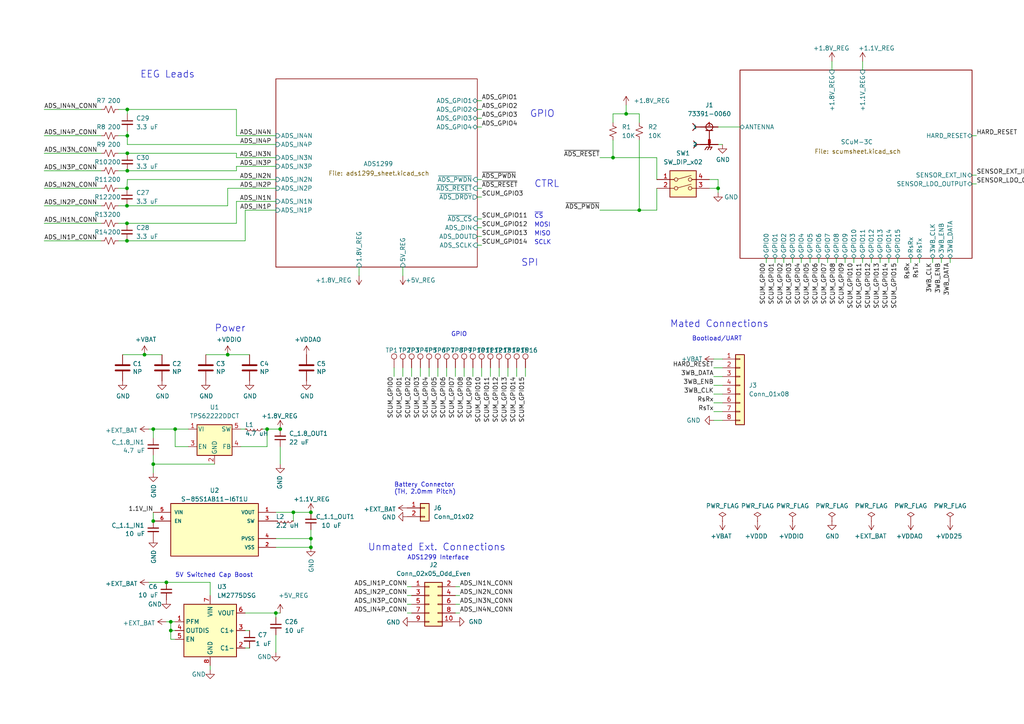
<source format=kicad_sch>
(kicad_sch (version 20211123) (generator eeschema)
  (paper "A4")
  (title_block (title "Sulu-ADS1299") (rev "v1.0") (company "Berkeley Sensor and Actuator Center") (comment 1 "Daniel Lovell") (comment 2 "Author(s):") (comment 3 "Based heavily on Sulu PCB"))
  (lib_symbols
    (symbol "73391-0060:73391-0060" (pin_names (offset 1.016))
      (property "Reference" "J" (at -3.81 4.064 0))
      (property "Value" "73391-0060" (at -4.318 -5.588 0))
      (symbol "73391-0060_0_0"
        (pin passive line (at 2.54 2.54 180) (length 5.08) (name "1") (number "1"))
        (pin passive line (at 2.54 -2.54 180) (length 5.08) (name "2") (number "2"))
        (pin passive line (at 2.54 -2.54 180) (length 5.08) (name "2") (number "3"))
        (pin passive line (at 2.54 -2.54 180) (length 5.08) (name "2") (number "4"))
        (pin passive line (at 2.54 -2.54 180) (length 5.08) (name "2") (number "5"))
      )
    )
    (symbol "Connector:TestPoint" (pin_numbers hide) (pin_names (offset 0.762) hide)
      (property "Reference" "TP" (at 0 6.858 0))
      (property "Value" "TestPoint" (at 0 5.08 0))
      (symbol "TestPoint_1_1"
        (pin passive line (at 0 0 90) (length 2.54) (name "1") (number "1"))
      )
    )
    (symbol "Connector_Generic:Conn_01x02" (pin_names (offset 1.016) hide)
      (property "Reference" "J" (at 0 2.54 0))
      (property "Value" "Conn_01x02" (at 0 -5.08 0))
      (symbol "Conn_01x02_1_1"
        (pin passive line (at -5.08 0 0) (length 3.81) (name "Pin_1") (number "1"))
        (pin passive line (at -5.08 -2.54 0) (length 3.81) (name "Pin_2") (number "2"))
      )
    )
    (symbol "Connector_Generic:Conn_01x08" (pin_names (offset 1.016) hide)
      (property "Reference" "J" (at 0 10.16 0))
      (property "Value" "Conn_01x08" (at 0 -12.7 0))
      (symbol "Conn_01x08_1_1"
        (pin passive line (at -5.08 7.62 0) (length 3.81) (name "Pin_1") (number "1"))
        (pin passive line (at -5.08 5.08 0) (length 3.81) (name "Pin_2") (number "2"))
        (pin passive line (at -5.08 2.54 0) (length 3.81) (name "Pin_3") (number "3"))
        (pin passive line (at -5.08 0 0) (length 3.81) (name "Pin_4") (number "4"))
        (pin passive line (at -5.08 -2.54 0) (length 3.81) (name "Pin_5") (number "5"))
        (pin passive line (at -5.08 -5.08 0) (length 3.81) (name "Pin_6") (number "6"))
        (pin passive line (at -5.08 -7.62 0) (length 3.81) (name "Pin_7") (number "7"))
        (pin passive line (at -5.08 -10.16 0) (length 3.81) (name "Pin_8") (number "8"))
      )
    )
    (symbol "Connector_Generic:Conn_02x05_Odd_Even" (pin_names (offset 1.016) hide)
      (property "Reference" "J" (at 1.27 7.62 0))
      (property "Value" "Conn_02x05_Odd_Even" (at 1.27 -7.62 0))
      (symbol "Conn_02x05_Odd_Even_1_1"
        (pin passive line (at -5.08 5.08 0) (length 3.81) (name "Pin_1") (number "1"))
        (pin passive line (at 7.62 -5.08 180) (length 3.81) (name "Pin_10") (number "10"))
        (pin passive line (at 7.62 5.08 180) (length 3.81) (name "Pin_2") (number "2"))
        (pin passive line (at -5.08 2.54 0) (length 3.81) (name "Pin_3") (number "3"))
        (pin passive line (at 7.62 2.54 180) (length 3.81) (name "Pin_4") (number "4"))
        (pin passive line (at -5.08 0 0) (length 3.81) (name "Pin_5") (number "5"))
        (pin passive line (at 7.62 0 180) (length 3.81) (name "Pin_6") (number "6"))
        (pin passive line (at -5.08 -2.54 0) (length 3.81) (name "Pin_7") (number "7"))
        (pin passive line (at 7.62 -2.54 180) (length 3.81) (name "Pin_8") (number "8"))
        (pin passive line (at -5.08 -5.08 0) (length 3.81) (name "Pin_9") (number "9"))
      )
    )
    (symbol "Device:C" (pin_numbers hide) (pin_names (offset 0.254))
      (property "Reference" "C" (at 0.635 2.54 0))
      (property "Value" "C" (at 0.635 -2.54 0))
      (symbol "C_1_1"
        (pin passive line (at 0 3.81 270) (length 2.794) (name "~") (number "1"))
        (pin passive line (at 0 -3.81 90) (length 2.794) (name "~") (number "2"))
      )
    )
    (symbol "Device:C_Small" (pin_numbers hide) (pin_names (offset 0.254) hide)
      (property "Reference" "C" (at 0.254 1.778 0))
      (property "Value" "C_Small" (at 0.254 -2.032 0))
      (symbol "C_Small_1_1"
        (pin passive line (at 0 2.54 270) (length 2.032) (name "~") (number "1"))
        (pin passive line (at 0 -2.54 90) (length 2.032) (name "~") (number "2"))
      )
    )
    (symbol "Device:L_Small" (pin_numbers hide) (pin_names (offset 0.254) hide)
      (property "Reference" "L" (at 0.762 1.016 0))
      (property "Value" "L_Small" (at 0.762 -1.016 0))
      (symbol "L_Small_1_1"
        (pin passive line (at 0 2.54 270) (length 0.508) (name "~") (number "1"))
        (pin passive line (at 0 -2.54 90) (length 0.508) (name "~") (number "2"))
      )
    )
    (symbol "Device:R_Small_US" (pin_numbers hide) (pin_names (offset 0.254) hide)
      (property "Reference" "R" (at 0.762 0.508 0))
      (property "Value" "R_Small_US" (at 0.762 -1.016 0))
      (symbol "R_Small_US_1_1"
        (pin passive line (at 0 2.54 270) (length 1.016) (name "~") (number "1"))
        (pin passive line (at 0 -2.54 90) (length 1.016) (name "~") (number "2"))
      )
    )
    (symbol "Regulator_SwitchedCapacitor:LM2775DSG"
      (property "Reference" "U" (at -7.62 8.89 0))
      (property "Value" "LM2775DSG" (at 6.35 8.89 0))
      (symbol "LM2775DSG_1_1"
        (pin input line (at -10.16 2.54 0) (length 2.54) (name "PFM") (number "1"))
        (pin passive line (at 10.16 -5.08 180) (length 2.54) (name "C1-") (number "2"))
        (pin passive line (at 10.16 0 180) (length 2.54) (name "C1+") (number "3"))
        (pin input line (at -10.16 0 0) (length 2.54) (name "OUTDIS") (number "4"))
        (pin input line (at -10.16 -2.54 0) (length 2.54) (name "EN") (number "5"))
        (pin power_out line (at 10.16 5.08 180) (length 2.54) (name "VOUT") (number "6"))
        (pin power_in line (at 0 10.16 270) (length 2.54) (name "VIN") (number "7"))
        (pin power_in line (at 0 -10.16 90) (length 2.54) (name "GND") (number "8"))
        (pin passive line (at 0 -10.16 90) (length 2.54) hide (name "GND") (number "9"))
      )
    )
    (symbol "S-85S1AB20-I6T1U:S-85S1AB11-I6T1U" (pin_names (offset 1.016))
      (property "Reference" "U" (at -12.7 8.89 0))
      (property "Value" "S-85S1AB11-I6T1U" (at -12.7 -10.16 0))
      (symbol "S-85S1AB11-I6T1U_0_0"
        (pin power_out line (at 17.78 5.08 180) (length 5.08) (name "VOUT") (number "1"))
        (pin power_in line (at 17.78 -5.08 180) (length 5.08) (name "VSS") (number "2"))
        (pin passive line (at 17.78 2.54 180) (length 5.08) (name "SW") (number "3"))
        (pin power_in line (at 17.78 -2.54 180) (length 5.08) (name "PVSS") (number "4"))
        (pin input line (at -17.78 5.08 0) (length 5.08) (name "VIN") (number "5"))
        (pin input line (at -17.78 2.54 0) (length 5.08) (name "EN") (number "6"))
      )
    )
    (symbol "Switch:SW_DIP_x02" (pin_names (offset 0) hide)
      (property "Reference" "SW" (at 0 6.35 0))
      (property "Value" "SW_DIP_x02" (at 0 -3.81 0))
      (symbol "SW_DIP_x02_1_1"
        (pin passive line (at -7.62 2.54 0) (length 5.08) (name "~") (number "1"))
        (pin passive line (at -7.62 0 0) (length 5.08) (name "~") (number "2"))
        (pin passive line (at 7.62 0 180) (length 5.08) (name "~") (number "3"))
        (pin passive line (at 7.62 2.54 180) (length 5.08) (name "~") (number "4"))
      )
    )
    (symbol "draft1library:+1.1V_REG" (power) (pin_names (offset 0))
      (property "Value" "+1.1V_REG" (at 0 3.556 0))
      (symbol "+1.1V_REG_1_1"
        (pin power_in line (at 0 0 90) (length 0) hide (name "+1.1V_REG") (number "1"))
      )
    )
    (symbol "draft1library:+1.8V_REG" (power) (pin_names (offset 0))
      (property "Value" "+1.8V_REG" (at 0 3.556 0))
      (symbol "+1.8V_REG_1_1"
        (pin power_in line (at 0 0 90) (length 0) hide (name "+1.8V_REG") (number "1"))
      )
    )
    (symbol "draft1library:+5V_REG" (power) (pin_names (offset 0))
      (property "Value" "+5V_REG" (at 0 3.556 0))
      (symbol "+5V_REG_1_1"
        (pin power_in line (at 0 0 90) (length 0) hide (name "+5V_REG") (number "1"))
      )
    )
    (symbol "draft1library:+EXT_BAT" (power) (pin_names (offset 0))
      (property "Value" "+EXT_BAT" (at 0 3.556 0))
      (symbol "+EXT_BAT_1_1"
        (pin power_in line (at 0 0 90) (length 0) hide (name "+EXT_BAT") (number "1"))
      )
    )
    (symbol "draft1library:+VBAT" (power) (pin_names (offset 0))
      (property "Value" "+VBAT" (at 0 3.556 0))
      (symbol "+VBAT_1_1"
        (pin power_in line (at 0 0 90) (length 0) hide (name "+VBAT") (number "1"))
      )
    )
    (symbol "draft1library:+VDD25" (power) (pin_names (offset 0))
      (property "Value" "+VDD25" (at 0 3.556 0))
      (symbol "+VDD25_1_1"
        (pin power_in line (at 0 0 90) (length 0) hide (name "+VDD25") (number "1"))
      )
    )
    (symbol "draft1library:+VDDAO" (power) (pin_names (offset 0))
      (property "Value" "+VDDAO" (at 0 3.556 0))
      (symbol "+VDDAO_1_1"
        (pin power_in line (at 0 0 90) (length 0) hide (name "+VDDAO") (number "1"))
      )
    )
    (symbol "draft1library:+VDDD" (power) (pin_names (offset 0))
      (property "Value" "+VDDD" (at 0 3.556 0))
      (symbol "+VDDD_1_1"
        (pin power_in line (at 0 0 90) (length 0) hide (name "+VDDD") (number "1"))
      )
    )
    (symbol "draft1library:+VDDIO" (power) (pin_names (offset 0))
      (property "Value" "+VDDIO" (at 0 3.556 0))
      (symbol "+VDDIO_1_1"
        (pin power_in line (at 0 0 90) (length 0) hide (name "+VDDIO") (number "1"))
      )
    )
    (symbol "draft1library:TPS62222DDCT" (pin_names (offset 0.254))
      (property "Reference" "U" (at -5.08 7.62 0))
      (property "Value" "TPS62222DDCT" (at 0 7.62 0))
      (symbol "TPS62222DDCT_1_1"
        (pin power_in line (at -7.62 5.08 0) (length 2.54) (name "VI") (number "1"))
        (pin power_in line (at 0 -5.08 90) (length 2.54) (name "GND") (number "2"))
        (pin input line (at -7.62 0 0) (length 2.54) (name "EN") (number "3"))
        (pin input line (at 7.62 0 180) (length 2.54) (name "FB") (number "4"))
        (pin output line (at 7.62 5.08 180) (length 2.54) (name "SW") (number "5"))
      )
    )
    (symbol "power:GND" (power) (pin_names (offset 0))
      (property "Value" "GND" (at 0 -3.81 0))
      (symbol "GND_1_1"
        (pin power_in line (at 0 0 270) (length 0) hide (name "GND") (number "1"))
      )
    )
    (symbol "power:PWR_FLAG" (power) (pin_numbers hide) (pin_names (offset 0) hide)
      (property "Value" "PWR_FLAG" (at 0 3.81 0))
      (symbol "PWR_FLAG_0_0"
        (pin power_out line (at 0 0 90) (length 0) (name "pwr") (number "1"))
      )
    )
  )
  (junction (at 208.28 54.61))
  (junction (at 81.28 124.46))
  (junction (at 77.47 124.46))
  (junction (at 44.45 124.46))
  (junction (at 177.8 45.72))
  (junction (at 48.26 168.91))
  (junction (at 36.83 54.61))
  (junction (at 90.17 158.75))
  (junction (at 36.93 44.45))
  (junction (at 90.17 156.21))
  (junction (at 80.01 177.8))
  (junction (at 50.8 124.46))
  (junction (at 41.91 102.87))
  (junction (at 85.09 148.59))
  (junction (at 44.45 134.62))
  (junction (at 36.93 39.37))
  (junction (at 36.83 64.77))
  (junction (at 185.42 60.96))
  (junction (at 36.83 69.85))
  (junction (at 36.83 59.69))
  (junction (at 49.53 182.88))
  (junction (at 36.93 49.53))
  (junction (at 181.61 33.02))
  (junction (at 66.04 102.87))
  (junction (at 90.17 148.59))
  (junction (at 36.93 31.75))
  (junction (at 49.53 180.34))
  (junction (at 44.45 151.13))
  (wire (pts (xy 138.43 54.61) (xy 139.7 54.61)))
  (wire (pts (xy 139.7 106.68) (xy 139.7 109.22)))
  (wire (pts (xy 36.83 64.77) (xy 68.58 64.77)))
  (wire (pts (xy 68.58 58.42) (xy 80.01 58.42)))
  (wire (pts (xy 81.28 177.8) (xy 80.01 177.8)))
  (wire (pts (xy 71.12 60.96) (xy 80.01 60.96)))
  (wire (pts (xy 245.11 74.93) (xy 245.11 76.2)))
  (wire (pts (xy 124.46 106.68) (xy 124.46 109.22)))
  (wire (pts (xy 177.8 33.02) (xy 181.61 33.02)))
  (wire (pts (xy 34.39 44.45) (xy 36.93 44.45)))
  (wire (pts (xy 34.39 31.75) (xy 36.93 31.75)))
  (wire (pts (xy 12.8 69.85) (xy 29.31 69.85)))
  (wire (pts (xy 85.09 148.59) (xy 90.17 148.59)))
  (wire (pts (xy 80.01 148.59) (xy 85.09 148.59)))
  (wire (pts (xy 129.54 106.68) (xy 129.54 109.22)))
  (wire (pts (xy 138.43 71.12) (xy 139.7 71.12)))
  (wire (pts (xy 132.08 172.72) (xy 133.35 172.72)))
  (wire (pts (xy 132.08 175.26) (xy 133.35 175.26)))
  (wire (pts (xy 49.53 180.34) (xy 49.53 182.88)))
  (wire (pts (xy 205.74 54.61) (xy 208.28 54.61)))
  (wire (pts (xy 68.58 64.77) (xy 68.58 58.42)))
  (wire (pts (xy 149.86 106.68) (xy 149.86 109.22)))
  (wire (pts (xy 50.8 129.54) (xy 50.8 124.46)))
  (wire (pts (xy 257.81 74.93) (xy 257.81 76.2)))
  (wire (pts (xy 80.01 177.8) (xy 71.12 177.8)))
  (wire (pts (xy 44.45 148.59) (xy 44.45 151.13)))
  (wire (pts (xy 59.69 102.87) (xy 66.04 102.87)))
  (wire (pts (xy 138.43 52.07) (xy 139.7 52.07)))
  (wire (pts (xy 85.09 151.13) (xy 85.09 148.59)))
  (wire (pts (xy 234.95 74.93) (xy 234.95 76.2)))
  (wire (pts (xy 208.28 52.07) (xy 208.28 54.61)))
  (wire (pts (xy 46.99 102.87) (xy 41.91 102.87)))
  (wire (pts (xy 118.11 172.72) (xy 119.38 172.72)))
  (wire (pts (xy 118.11 175.26) (xy 119.38 175.26)))
  (wire (pts (xy 138.43 68.58) (xy 139.7 68.58)))
  (wire (pts (xy 12.8 59.69) (xy 29.31 59.69)))
  (wire (pts (xy 250.19 74.93) (xy 250.19 76.2)))
  (wire (pts (xy 237.49 74.93) (xy 237.49 76.2)))
  (wire (pts (xy 68.58 44.45) (xy 68.58 45.72)))
  (wire (pts (xy 147.32 106.68) (xy 147.32 109.22)))
  (wire (pts (xy 118.11 170.18) (xy 119.38 170.18)))
  (wire (pts (xy 43.18 168.91) (xy 48.26 168.91)))
  (wire (pts (xy 72.39 102.87) (xy 66.04 102.87)))
  (wire (pts (xy 207.01 121.92) (xy 209.55 121.92)))
  (wire (pts (xy 137.16 106.68) (xy 137.16 109.22)))
  (wire (pts (xy 250.19 17.78) (xy 250.19 20.32)))
  (wire (pts (xy 138.43 63.5) (xy 139.7 63.5)))
  (wire (pts (xy 138.43 66.04) (xy 139.7 66.04)))
  (wire (pts (xy 81.28 129.54) (xy 81.28 134.62)))
  (wire (pts (xy 36.93 49.53) (xy 68.58 49.53)))
  (wire (pts (xy 132.08 106.68) (xy 132.08 109.22)))
  (wire (pts (xy 43.18 124.46) (xy 44.45 124.46)))
  (wire (pts (xy 36.93 52.07) (xy 36.83 54.61)))
  (wire (pts (xy 68.58 31.75) (xy 68.58 39.37)))
  (wire (pts (xy 12.8 44.45) (xy 29.31 44.45)))
  (wire (pts (xy 181.61 30.48) (xy 181.61 33.02)))
  (wire (pts (xy 185.42 40.64) (xy 185.42 60.96)))
  (wire (pts (xy 207.01 116.84) (xy 209.55 116.84)))
  (wire (pts (xy 50.8 124.46) (xy 54.61 124.46)))
  (wire (pts (xy 35.56 102.87) (xy 41.91 102.87)))
  (wire (pts (xy 34.39 69.85) (xy 36.83 69.85)))
  (wire (pts (xy 80.01 158.75) (xy 90.17 158.75)))
  (wire (pts (xy 60.96 193.04) (xy 60.96 194.31)))
  (wire (pts (xy 242.57 74.93) (xy 242.57 76.2)))
  (wire (pts (xy 270.51 74.93) (xy 270.51 76.2)))
  (wire (pts (xy 185.42 33.02) (xy 185.42 35.56)))
  (wire (pts (xy 44.45 137.16) (xy 44.45 134.62)))
  (wire (pts (xy 177.8 45.72) (xy 177.8 40.64)))
  (wire (pts (xy 208.28 41.91) (xy 209.55 41.91)))
  (wire (pts (xy 138.43 31.75) (xy 139.7 31.75)))
  (wire (pts (xy 44.45 124.46) (xy 50.8 124.46)))
  (wire (pts (xy 144.78 106.68) (xy 144.78 109.22)))
  (wire (pts (xy 142.24 106.68) (xy 142.24 109.22)))
  (wire (pts (xy 207.01 111.76) (xy 209.55 111.76)))
  (wire (pts (xy 222.25 74.93) (xy 222.25 76.2)))
  (wire (pts (xy 34.39 39.37) (xy 36.93 39.37)))
  (wire (pts (xy 138.43 34.29) (xy 139.7 34.29)))
  (wire (pts (xy 69.85 129.54) (xy 77.47 129.54)))
  (wire (pts (xy 12.8 64.77) (xy 29.31 64.77)))
  (wire (pts (xy 60.96 168.91) (xy 60.96 172.72)))
  (wire (pts (xy 77.47 124.46) (xy 81.28 124.46)))
  (wire (pts (xy 127 106.68) (xy 127 109.22)))
  (wire (pts (xy 34.39 59.69) (xy 36.83 59.69)))
  (wire (pts (xy 255.27 74.93) (xy 255.27 76.2)))
  (wire (pts (xy 36.83 69.85) (xy 71.12 69.85)))
  (wire (pts (xy 34.39 54.61) (xy 36.83 54.61)))
  (wire (pts (xy 275.59 74.93) (xy 275.59 76.2)))
  (wire (pts (xy 173.99 60.96) (xy 185.42 60.96)))
  (wire (pts (xy 12.8 54.61) (xy 29.31 54.61)))
  (wire (pts (xy 36.93 31.75) (xy 68.58 31.75)))
  (wire (pts (xy 66.04 54.61) (xy 80.01 54.61)))
  (wire (pts (xy 72.39 187.96) (xy 71.12 187.96)))
  (wire (pts (xy 34.39 49.53) (xy 36.93 49.53)))
  (wire (pts (xy 72.39 182.88) (xy 71.12 182.88)))
  (wire (pts (xy 76.2 124.46) (xy 77.47 124.46)))
  (wire (pts (xy 48.26 180.34) (xy 49.53 180.34)))
  (wire (pts (xy 48.26 168.91) (xy 60.96 168.91)))
  (wire (pts (xy 49.53 185.42) (xy 50.8 185.42)))
  (wire (pts (xy 90.17 156.21) (xy 90.17 158.75)))
  (wire (pts (xy 138.43 29.21) (xy 139.7 29.21)))
  (wire (pts (xy 208.28 55.88) (xy 208.28 54.61)))
  (wire (pts (xy 185.42 60.96) (xy 190.5 60.96)))
  (wire (pts (xy 36.93 44.45) (xy 68.58 44.45)))
  (wire (pts (xy 207.01 106.68) (xy 209.55 106.68)))
  (wire (pts (xy 118.11 177.8) (xy 119.38 177.8)))
  (wire (pts (xy 207.01 109.22) (xy 209.55 109.22)))
  (wire (pts (xy 208.28 36.83) (xy 214.63 36.83)))
  (wire (pts (xy 49.53 180.34) (xy 50.8 180.34)))
  (wire (pts (xy 207.01 104.14) (xy 209.55 104.14)))
  (wire (pts (xy 77.47 129.54) (xy 77.47 124.46)))
  (wire (pts (xy 181.61 33.02) (xy 185.42 33.02)))
  (wire (pts (xy 80.01 184.15) (xy 80.01 189.23)))
  (wire (pts (xy 66.04 59.69) (xy 66.04 54.61)))
  (wire (pts (xy 36.93 39.37) (xy 36.93 41.91)))
  (wire (pts (xy 12.8 39.37) (xy 29.31 39.37)))
  (wire (pts (xy 54.61 129.54) (xy 50.8 129.54)))
  (wire (pts (xy 264.16 74.93) (xy 264.16 76.2)))
  (wire (pts (xy 247.65 74.93) (xy 247.65 76.2)))
  (wire (pts (xy 44.45 134.62) (xy 62.23 134.62)))
  (wire (pts (xy 119.38 106.68) (xy 119.38 109.22)))
  (wire (pts (xy 12.8 49.53) (xy 29.31 49.53)))
  (wire (pts (xy 177.8 45.72) (xy 190.5 45.72)))
  (wire (pts (xy 207.01 114.3) (xy 209.55 114.3)))
  (wire (pts (xy 68.58 48.26) (xy 80.01 48.26)))
  (wire (pts (xy 205.74 52.07) (xy 208.28 52.07)))
  (wire (pts (xy 49.53 182.88) (xy 49.53 185.42)))
  (wire (pts (xy 173.99 45.72) (xy 177.8 45.72)))
  (wire (pts (xy 104.14 77.47) (xy 104.14 80.01)))
  (wire (pts (xy 132.08 170.18) (xy 133.35 170.18)))
  (wire (pts (xy 36.93 41.91) (xy 80.01 41.91)))
  (wire (pts (xy 114.3 106.68) (xy 114.3 109.22)))
  (wire (pts (xy 36.93 31.75) (xy 36.93 33.02)))
  (wire (pts (xy 207.01 119.38) (xy 209.55 119.38)))
  (wire (pts (xy 138.43 57.15) (xy 139.7 57.15)))
  (wire (pts (xy 190.5 45.72) (xy 190.5 52.07)))
  (wire (pts (xy 232.41 74.93) (xy 232.41 76.2)))
  (wire (pts (xy 36.93 39.37) (xy 36.93 38.1)))
  (wire (pts (xy 224.79 74.93) (xy 224.79 76.2)))
  (wire (pts (xy 69.85 124.46) (xy 71.12 124.46)))
  (wire (pts (xy 44.45 124.46) (xy 44.45 127)))
  (wire (pts (xy 80.01 177.8) (xy 80.01 179.07)))
  (wire (pts (xy 138.43 36.83) (xy 139.7 36.83)))
  (wire (pts (xy 68.58 45.72) (xy 80.01 45.72)))
  (wire (pts (xy 116.84 77.47) (xy 116.84 80.01)))
  (wire (pts (xy 34.39 64.77) (xy 36.83 64.77)))
  (wire (pts (xy 260.35 74.93) (xy 260.35 76.2)))
  (wire (pts (xy 227.33 74.93) (xy 227.33 76.2)))
  (wire (pts (xy 116.84 106.68) (xy 116.84 109.22)))
  (wire (pts (xy 281.94 53.34) (xy 283.21 53.34)))
  (wire (pts (xy 229.87 74.93) (xy 229.87 76.2)))
  (wire (pts (xy 80.01 156.21) (xy 90.17 156.21)))
  (wire (pts (xy 68.58 49.53) (xy 68.58 48.26)))
  (wire (pts (xy 134.62 106.68) (xy 134.62 109.22)))
  (wire (pts (xy 71.12 69.85) (xy 71.12 60.96)))
  (wire (pts (xy 281.94 50.8) (xy 283.21 50.8)))
  (wire (pts (xy 49.53 182.88) (xy 50.8 182.88)))
  (wire (pts (xy 252.73 74.93) (xy 252.73 76.2)))
  (wire (pts (xy 177.8 33.02) (xy 177.8 35.56)))
  (wire (pts (xy 121.92 106.68) (xy 121.92 109.22)))
  (wire (pts (xy 240.03 74.93) (xy 240.03 76.2)))
  (wire (pts (xy 90.17 156.21) (xy 90.17 153.67)))
  (wire (pts (xy 190.5 54.61) (xy 190.5 60.96)))
  (wire (pts (xy 266.7 74.93) (xy 266.7 76.2)))
  (wire (pts (xy 281.94 39.37) (xy 283.21 39.37)))
  (wire (pts (xy 132.08 177.8) (xy 133.35 177.8)))
  (wire (pts (xy 152.4 106.68) (xy 152.4 109.22)))
  (wire (pts (xy 12.8 31.75) (xy 29.31 31.75)))
  (wire (pts (xy 36.83 59.69) (xy 66.04 59.69)))
  (wire (pts (xy 68.58 39.37) (xy 80.01 39.37)))
  (wire (pts (xy 241.3 17.78) (xy 241.3 20.32)))
  (wire (pts (xy 273.05 74.93) (xy 273.05 76.2)))
  (wire (pts (xy 36.93 52.07) (xy 80.01 52.07)))
  (wire (pts (xy 44.45 134.62) (xy 44.45 132.08)))
  (text "MOSI" (at 154.94 66.04 0) (effects (font (size 1.27 1.27)) (justify left bottom)))
  (text "CTRL\n" (at 154.94 54.61 0) (effects (font (size 2 2)) (justify left bottom)))
  (text "MISO\n" (at 154.94 68.58 0) (effects (font (size 1.27 1.27)) (justify left bottom)))
  (text "~{CS}" (at 154.94 63.5 0) (effects (font (size 1.27 1.27)) (justify left bottom)))
  (text "ADS1299 Interface" (at 118.11 162.56 0) (effects (font (size 1.27 1.27)) (justify left bottom)))
  (text "GPIO\n" (at 153.67 34.29 0) (effects (font (size 2 2)) (justify left bottom)))
  (text "Battery Connector\n(TH, 2.0mm Pitch)" (at 114.3 143.51 0) (effects (font (size 1.27 1.27)) (justify left bottom)))
  (text "Bootload/UART\n" (at 200.66 99.06 0) (effects (font (size 1.27 1.27)) (justify left bottom)))
  (text "Mated Connections\n" (at 194.31 95.25 0) (effects (font (size 2 2)) (justify left bottom)))
  (text "GPIO" (at 130.81 97.79 0) (effects (font (size 1.27 1.27)) (justify left bottom)))
  (text "EEG Leads" (at 40.64 22.86 0) (effects (font (size 2 2)) (justify left bottom)))
  (text "5V Switched Cap Boost " (at 50.8 167.64 0) (effects (font (size 1.27 1.27)) (justify left bottom)))
  (text "SPI" (at 151.13 77.47 0) (effects (font (size 2 2)) (justify left bottom)))
  (text "SCLK" (at 154.94 71.12 0) (effects (font (size 1.27 1.27)) (justify left bottom)))
  (text "Power" (at 62.23 96.52 0) (effects (font (size 2 2)) (justify left bottom)))
  (text "Unmated Ext. Connections\n" (at 106.68 160.02 0) (effects (font (size 2 2)) (justify left bottom)))
  (label "ADS_IN2P_CONN" (at 118.11 172.72 180))
  (label "SCUM_GPIO14" (at 139.7 71.12 0))
  (label "SCUM_GPIO0" (at 114.3 109.22 270))
  (label "ADS_IN3P_CONN" (at 12.8 49.53 0))
  (label "SCUM_GPIO15" (at 152.4 109.22 270))
  (label "ADS_IN4P_CONN" (at 118.11 177.8 180))
  (label "SCUM_GPIO12" (at 252.73 76.2 270))
  (label "~{ADS_RESET}" (at 139.7 54.61 0))
  (label "SCUM_GPIO8" (at 134.62 109.22 270))
  (label "ADS_IN4P_CONN" (at 12.8 39.37 0))
  (label "SCUM_GPIO1" (at 224.79 76.2 270))
  (label "ADS_IN3P" (at 78.74 48.26 180))
  (label "RsTx" (at 207.01 119.38 180))
  (label "SCUM_GPIO6" (at 237.49 76.2 270))
  (label "RsRx" (at 207.01 116.84 180))
  (label "ADS_IN4N" (at 78.74 39.37 180))
  (label "ADS_IN3N_CONN" (at 133.35 175.26 0))
  (label "~{ADS_PWDN}" (at 173.99 60.96 180))
  (label "SCUM_GPIO9" (at 137.16 109.22 270))
  (label "SCUM_GPIO11" (at 250.19 76.2 270))
  (label "ADS_IN1P_CONN" (at 12.8 69.85 0))
  (label "ADS_GPIO1" (at 139.7 29.21 0))
  (label "SCUM_GPIO15" (at 260.35 76.2 270))
  (label "~{ADS_PWDN}" (at 139.7 52.07 0))
  (label "ADS_IN1P_CONN" (at 118.11 170.18 180))
  (label "3WB_ENB" (at 207.01 111.76 180))
  (label "ADS_IN3N" (at 78.74 45.72 180))
  (label "ADS_IN2N_CONN" (at 133.35 172.72 0))
  (label "SCUM_GPIO7" (at 240.03 76.2 270))
  (label "3WB_ENB" (at 273.05 76.2 270))
  (label "3WB_DATA" (at 275.59 76.2 270))
  (label "SCUM_GPIO12" (at 139.7 66.04 0))
  (label "SCUM_GPIO3" (at 229.87 76.2 270))
  (label "SCUM_GPIO13" (at 147.32 109.22 270))
  (label "SCUM_GPIO7" (at 132.08 109.22 270))
  (label "SCUM_GPIO12" (at 144.78 109.22 270))
  (label "SCUM_GPIO11" (at 139.7 63.5 0))
  (label "ADS_IN1P" (at 78.74 60.96 180))
  (label "ADS_IN1N_CONN" (at 12.8 64.77 0))
  (label "ADS_IN3P_CONN" (at 118.11 175.26 180))
  (label "ADS_GPIO4" (at 139.7 36.83 0))
  (label "ADS_IN2N" (at 78.74 52.07 180))
  (label "SCUM_GPIO4" (at 232.41 76.2 270))
  (label "SCUM_GPIO10" (at 247.65 76.2 270))
  (label "SCUM_GPIO11" (at 142.24 109.22 270))
  (label "SCUM_GPIO2" (at 119.38 109.22 270))
  (label "ADS_IN1N" (at 78.74 58.42 180))
  (label "ADS_IN1N_CONN" (at 133.35 170.18 0))
  (label "SCUM_GPIO2" (at 227.33 76.2 270))
  (label "ADS_IN3N_CONN" (at 12.8 44.45 0))
  (label "SCUM_GPIO3" (at 139.7 57.15 0))
  (label "ADS_GPIO3" (at 139.7 34.29 0))
  (label "SCUM_GPIO10" (at 139.7 109.22 270))
  (label "ADS_IN2P_CONN" (at 12.8 59.69 0))
  (label "ADS_IN4N_CONN" (at 12.8 31.75 0))
  (label "ADS_IN4P" (at 78.74 41.91 180))
  (label "ADS_IN4N_CONN" (at 133.35 177.8 0))
  (label "HARD_RESET" (at 207.01 106.68 180))
  (label "SCUM_GPIO9" (at 245.11 76.2 270))
  (label "3WB_CLK" (at 270.51 76.2 270))
  (label "SCUM_GPIO14" (at 149.86 109.22 270))
  (label "SCUM_GPIO1" (at 116.84 109.22 270))
  (label "HARD_RESET" (at 283.21 39.37 0))
  (label "RsTx" (at 266.7 76.2 270))
  (label "SENSOR_EXT_IN" (at 283.21 50.8 0))
  (label "SCUM_GPIO14" (at 257.81 76.2 270))
  (label "SCUM_GPIO4" (at 124.46 109.22 270))
  (label "SCUM_GPIO0" (at 222.25 76.2 270))
  (label "SCUM_GPIO8" (at 242.57 76.2 270))
  (label "~{ADS_RESET}" (at 173.99 45.72 180))
  (label "SCUM_GPIO13" (at 255.27 76.2 270))
  (label "SCUM_GPIO3" (at 121.92 109.22 270))
  (label "SCUM_GPIO5" (at 234.95 76.2 270))
  (label "ADS_IN2N_CONN" (at 12.8 54.61 0))
  (label "SCUM_GPIO13" (at 139.7 68.58 0))
  (label "3WB_DATA" (at 207.01 109.22 180))
  (label "ADS_GPIO2" (at 139.7 31.75 0))
  (label "RsRx" (at 264.16 76.2 270))
  (label "SCUM_GPIO6" (at 129.54 109.22 270))
  (label "3WB_CLK" (at 207.01 114.3 180))
  (label "1.1V_IN" (at 44.45 148.59 180))
  (label "ADS_IN2P" (at 78.74 54.61 180))
  (label "SCUM_GPIO5" (at 127 109.22 270))
  (label "SENSOR_LDO_OUTPUT" (at 283.21 53.34 0))
  (symbol (lib_id "power:GND") (at 208.28 55.88 0) (unit 1)
    (property "Reference" "#PWR03" (effects hide))
    (property "Value" "GND" (at 212.09 57.15 0))
  )
  (symbol (lib_id "draft1library:+VBAT") (at 207.01 104.14 90) (unit 1)
    (property "Reference" "#PWR0111" (effects hide))
    (property "Value" "+VBAT" (at 200.66 104.14 90))
  )
  (symbol (lib_id "draft1library:+EXT_BAT") (at 118.11 147.32 90) (mirror x) (unit 1)
    (property "Reference" "#PWR042" (effects hide))
    (property "Value" "+EXT_BAT" (at 114.8588 147.701 90) (effects (justify left)))
  )
  (symbol (lib_id "draft1library:+1.8V_REG") (at 104.14 80.01 0) (mirror x) (unit 1)
    (property "Reference" "#PWR0110" (effects hide))
    (property "Value" "+1.8V_REG" (at 91.44 81.28 0) (effects (justify left)))
  )
  (symbol (lib_id "power:GND") (at 241.3 151.13 0) (unit 1)
    (property "Reference" "#PWR046" (effects hide))
    (property "Value" "GND" (at 241.427 155.5242 0))
  )
  (symbol (lib_id "draft1library:+1.8V_REG") (at 241.3 17.78 0) (mirror y) (unit 1)
    (property "Reference" "#PWR0105" (effects hide))
    (property "Value" "+1.8V_REG" (at 246.38 13.97 0) (effects (justify left)))
  )
  (symbol (lib_id "power:PWR_FLAG") (at 252.73 151.13 0) (unit 1)
    (property "Reference" "#FLG05" (effects hide))
    (property "Value" "PWR_FLAG" (at 252.73 146.7358 0))
  )
  (symbol (lib_id "Connector:TestPoint") (at 132.08 106.68 0) (unit 1)
    (property "Reference" "TP8" (at 130.81 101.6 0) (effects (justify left)))
    (property "Value" "TestPoint" (effects hide))
    (property "Footprint" "SCUM:through_hole" (effects hide))
  )
  (symbol (lib_id "Device:R_Small_US") (at 31.85 31.75 90) (unit 1)
    (property "Reference" "R7" (at 29.31 29.21 90))
    (property "Value" "200" (at 33.12 29.21 90))
    (property "Footprint" "Resistor_SMD:R_0402_1005Metric" (effects hide))
  )
  (symbol (lib_id "Switch:SW_DIP_x02") (at 198.12 54.61 0) (unit 1)
    (property "Reference" "SW1" (at 198.12 44.45 0))
    (property "Value" "SW_DIP_x02" (at 198.12 46.99 0))
    (property "Footprint" "Button_Switch_SMD:SW_DIP_SPSTx02_Slide_6.7x6.64mm_W6.73mm_P2.54mm_LowProfile_JPin" (effects hide))
  )
  (symbol (lib_id "Device:R_Small_US") (at 31.85 64.77 90) (unit 1)
    (property "Reference" "R13" (at 29.31 62.23 90))
    (property "Value" "200" (at 33.12 62.23 90))
    (property "Footprint" "Resistor_SMD:R_0402_1005Metric" (effects hide))
  )
  (symbol (lib_id "Device:C_Small") (at 81.28 127 0) (mirror x) (unit 1)
    (property "Reference" "C_1.8_OUT1" (at 83.82 125.73 0) (effects (justify left)))
    (property "Value" "22 uF" (at 83.82 128.27 0) (effects (justify left)))
    (property "Footprint" "Capacitor_SMD:C_0402_1005Metric" (effects hide))
  )
  (symbol (lib_id "power:GND") (at 81.28 134.62 0) (mirror y) (unit 1)
    (property "Reference" "#PWR040" (effects hide))
    (property "Value" "GND" (at 81.153 137.8712 90) (effects (justify right)))
  )
  (symbol (lib_id "power:PWR_FLAG") (at 241.3 151.13 0) (unit 1)
    (property "Reference" "#FLG04" (effects hide))
    (property "Value" "PWR_FLAG" (at 241.3 146.7358 0))
  )
  (symbol (lib_id "Device:C_Small") (at 72.39 185.42 0) (mirror y) (unit 1)
    (property "Reference" "C7" (at 77.47 184.15 0) (effects (justify left)))
    (property "Value" "1 uF" (at 78.74 186.69 0) (effects (justify left)))
    (property "Footprint" "Capacitor_SMD:C_0402_1005Metric" (effects hide))
  )
  (symbol (lib_id "draft1library:+VDDIO") (at 66.04 102.87 0) (unit 1)
    (property "Reference" "#PWR07" (effects hide))
    (property "Value" "+VDDIO" (at 66.421 98.4758 0))
  )
  (symbol (lib_id "Connector:TestPoint") (at 119.38 106.68 0) (unit 1)
    (property "Reference" "TP3" (at 118.11 101.6 0) (effects (justify left)))
    (property "Value" "TestPoint" (effects hide))
    (property "Footprint" "SCUM:through_hole" (effects hide))
  )
  (symbol (lib_id "Device:C_Small") (at 36.93 35.56 0) (unit 1)
    (property "Reference" "C29" (at 39.47 34.2962 0) (effects (justify left)))
    (property "Value" "3.3 uF" (at 39.47 36.8362 0) (effects (justify left)))
    (property "Footprint" "Capacitor_SMD:C_0402_1005Metric" (effects hide))
  )
  (symbol (lib_id "draft1library:+VDDIO") (at 229.87 151.13 180) (unit 1)
    (property "Reference" "#PWR045" (effects hide))
    (property "Value" "+VDDIO" (at 229.489 155.5242 0))
  )
  (symbol (lib_id "Connector:TestPoint") (at 147.32 106.68 0) (unit 1)
    (property "Reference" "TP14" (at 146.05 101.6 0) (effects (justify left)))
    (property "Value" "TestPoint" (effects hide))
    (property "Footprint" "SCUM:through_hole" (effects hide))
  )
  (symbol (lib_id "Connector_Generic:Conn_01x02") (at 123.19 147.32 0) (unit 1)
    (property "Reference" "J6" (at 125.73 147.3199 0) (effects (justify left)))
    (property "Value" "Conn_01x02" (at 125.73 149.8599 0) (effects (justify left)))
    (property "Footprint" "Connector_JST:JST_PH_B2B-PH-K_1x02_P2.00mm_Vertical" (effects hide))
  )
  (symbol (lib_id "Device:R_Small_US") (at 185.42 38.1 0) (unit 1)
    (property "Reference" "R2" (at 187.96 36.8299 0) (effects (justify left)))
    (property "Value" "10K" (at 187.96 39.3699 0) (effects (justify left)))
    (property "Footprint" "Resistor_SMD:R_0402_1005Metric" (effects hide))
  )
  (symbol (lib_id "Connector:TestPoint") (at 114.3 106.68 0) (unit 1)
    (property "Reference" "TP1" (at 111.76 101.6 0) (effects (justify left)))
    (property "Value" "TestPoint" (effects hide))
    (property "Footprint" "SCUM:through_hole" (effects hide))
  )
  (symbol (lib_id "power:GND") (at 132.08 180.34 90) (unit 1)
    (property "Reference" "#PWR0115" (effects hide))
    (property "Value" "GND" (at 135.89 180.34 90) (effects (justify right)))
  )
  (symbol (lib_id "Connector:TestPoint") (at 129.54 106.68 0) (unit 1)
    (property "Reference" "TP7" (at 128.27 101.6 0) (effects (justify left)))
    (property "Value" "TestPoint" (effects hide))
    (property "Footprint" "SCUM:through_hole" (effects hide))
  )
  (symbol (lib_id "Device:L_Small") (at 82.55 151.13 270) (unit 1)
    (property "Reference" "L2" (at 80.01 149.86 90) (effects (justify left)))
    (property "Value" "2.2 uH" (at 80.01 152.4 90) (effects (justify left)))
    (property "Footprint" "Inductor_SMD:L_Wuerth_MAPI-2010" (effects hide))
  )
  (symbol (lib_id "draft1library:+VDDAO") (at 88.9 102.87 0) (unit 1)
    (property "Reference" "#PWR08" (effects hide))
    (property "Value" "+VDDAO" (at 89.281 98.4758 0))
  )
  (symbol (lib_id "Connector:TestPoint") (at 124.46 106.68 0) (unit 1)
    (property "Reference" "TP5" (at 123.19 101.6 0) (effects (justify left)))
    (property "Value" "TestPoint" (effects hide))
    (property "Footprint" "SCUM:through_hole" (effects hide))
  )
  (symbol (lib_id "power:PWR_FLAG") (at 264.16 151.13 0) (unit 1)
    (property "Reference" "#FLG06" (effects hide))
    (property "Value" "PWR_FLAG" (at 264.16 146.7358 0))
  )
  (symbol (lib_id "draft1library:+EXT_BAT") (at 48.26 180.34 90) (mirror x) (unit 1)
    (property "Reference" "#PWR059" (effects hide))
    (property "Value" "+EXT_BAT" (at 45.0088 180.721 90) (effects (justify left)))
  )
  (symbol (lib_id "power:PWR_FLAG") (at 219.71 151.13 0) (unit 1)
    (property "Reference" "#FLG02" (effects hide))
    (property "Value" "PWR_FLAG" (at 219.71 146.7358 0))
  )
  (symbol (lib_id "draft1library:+VBAT") (at 41.91 102.87 0) (unit 1)
    (property "Reference" "#PWR06" (effects hide))
    (property "Value" "+VBAT" (at 42.291 98.4758 0))
  )
  (symbol (lib_id "power:GND") (at 48.26 173.99 0) (unit 1)
    (property "Reference" "#PWR056" (effects hide))
    (property "Value" "GND" (at 46.99 175.26 0) (effects (justify right)))
  )
  (symbol (lib_id "Device:C_Small") (at 80.01 181.61 0) (unit 1)
    (property "Reference" "C26" (at 82.55 180.3462 0) (effects (justify left)))
    (property "Value" "10 uF" (at 82.55 182.8862 0) (effects (justify left)))
    (property "Footprint" "Capacitor_SMD:C_0402_1005Metric" (effects hide))
  )
  (symbol (lib_id "power:GND") (at 60.96 194.31 0) (unit 1)
    (property "Reference" "#PWR062" (effects hide))
    (property "Value" "GND" (at 59.69 195.58 0) (effects (justify right)))
  )
  (symbol (lib_id "Device:R_Small_US") (at 31.85 44.45 90) (unit 1)
    (property "Reference" "R9" (at 29.31 41.91 90))
    (property "Value" "200" (at 33.12 41.91 90))
    (property "Footprint" "Resistor_SMD:R_0402_1005Metric" (effects hide))
  )
  (symbol (lib_id "Connector:TestPoint") (at 137.16 106.68 0) (unit 1)
    (property "Reference" "TP10" (at 135.89 101.6 0) (effects (justify left)))
    (property "Value" "TestPoint" (effects hide))
    (property "Footprint" "SCUM:through_hole" (effects hide))
  )
  (symbol (lib_id "Connector:TestPoint") (at 127 106.68 0) (unit 1)
    (property "Reference" "TP6" (at 125.73 101.6 0) (effects (justify left)))
    (property "Value" "TestPoint" (effects hide))
    (property "Footprint" "SCUM:through_hole" (effects hide))
  )
  (symbol (lib_id "Device:C") (at 88.9 106.68 0) (unit 1)
    (property "Reference" "C5" (at 91.821 105.5116 0) (effects (justify left)))
    (property "Value" "NP" (at 91.821 107.823 0) (effects (justify left)))
    (property "Footprint" "Capacitor_SMD:C_0402_1005Metric" (effects hide))
  )
  (symbol (lib_id "Device:R_Small_US") (at 31.85 69.85 90) (unit 1)
    (property "Reference" "R14" (at 29.31 67.31 90))
    (property "Value" "200" (at 33.12 67.31 90))
    (property "Footprint" "Resistor_SMD:R_0402_1005Metric" (effects hide))
  )
  (symbol (lib_id "Device:C_Small") (at 48.26 171.45 0) (mirror y) (unit 1)
    (property "Reference" "C6" (at 45.72 170.18 0) (effects (justify left)))
    (property "Value" "10 uF" (at 45.9232 172.593 0) (effects (justify left)))
    (property "Footprint" "Capacitor_SMD:C_0402_1005Metric" (effects hide))
  )
  (symbol (lib_id "power:GND") (at 88.9 110.49 0) (unit 1)
    (property "Reference" "#PWR020" (effects hide))
    (property "Value" "GND" (at 89.027 114.8842 0))
  )
  (symbol (lib_id "draft1library:+VDDD") (at 219.71 151.13 180) (unit 1)
    (property "Reference" "#PWR044" (effects hide))
    (property "Value" "+VDDD" (at 219.329 155.5242 0))
  )
  (symbol (lib_id "power:GND") (at 59.69 110.49 0) (unit 1)
    (property "Reference" "#PWR018" (effects hide))
    (property "Value" "GND" (at 59.817 114.8842 0))
  )
  (symbol (lib_id "Device:C_Small") (at 36.83 67.31 0) (unit 1)
    (property "Reference" "C28" (at 39.47 66.0462 0) (effects (justify left)))
    (property "Value" "3.3 uF" (at 39.47 68.5862 0) (effects (justify left)))
    (property "Footprint" "Capacitor_SMD:C_0402_1005Metric" (effects hide))
  )
  (symbol (lib_id "Connector:TestPoint") (at 149.86 106.68 0) (unit 1)
    (property "Reference" "TP15" (at 148.59 101.6 0) (effects (justify left)))
    (property "Value" "TestPoint" (effects hide))
    (property "Footprint" "SCUM:through_hole" (effects hide))
  )
  (symbol (lib_id "Connector:TestPoint") (at 116.84 106.68 0) (unit 1)
    (property "Reference" "TP2" (at 115.57 101.6 0) (effects (justify left)))
    (property "Value" "TestPoint" (effects hide))
    (property "Footprint" "SCUM:through_hole" (effects hide))
  )
  (symbol (lib_id "draft1library:+VBAT") (at 209.55 151.13 180) (unit 1)
    (property "Reference" "#PWR043" (effects hide))
    (property "Value" "+VBAT" (at 209.169 155.5242 0))
  )
  (symbol (lib_id "power:GND") (at 35.56 110.49 0) (unit 1)
    (property "Reference" "#PWR016" (effects hide))
    (property "Value" "GND" (at 35.687 114.8842 0))
  )
  (symbol (lib_id "Device:R_Small_US") (at 31.85 54.61 90) (unit 1)
    (property "Reference" "R11" (at 29.31 52.07 90))
    (property "Value" "200" (at 33.12 52.07 90))
    (property "Footprint" "Resistor_SMD:R_0402_1005Metric" (effects hide))
  )
  (symbol (lib_id "73391-0060:73391-0060") (at 205.74 39.37 0) (unit 1)
    (property "Reference" "J1" (at 205.74 30.48 0))
    (property "Value" "73391-0060" (at 205.74 33.02 0))
    (property "Footprint" "downloaded_libs:MOLEX_73391-0060" (effects hide))
    (property "MANUFACTURER" "Molex" (effects hide))
  )
  (symbol (lib_id "power:PWR_FLAG") (at 209.55 151.13 0) (unit 1)
    (property "Reference" "#FLG01" (effects hide))
    (property "Value" "PWR_FLAG" (at 209.55 146.7358 0))
  )
  (symbol (lib_id "Connector:TestPoint") (at 134.62 106.68 0) (unit 1)
    (property "Reference" "TP9" (at 133.35 101.6 0) (effects (justify left)))
    (property "Value" "TestPoint" (effects hide))
    (property "Footprint" "SCUM:through_hole" (effects hide))
  )
  (symbol (lib_id "draft1library:+1.8V_REG") (at 81.28 124.46 0) (mirror y) (unit 1)
    (property "Reference" "#PWR032" (effects hide))
    (property "Value" "+1.8V_REG" (at 86.36 120.65 0) (effects (justify left)))
  )
  (symbol (lib_id "power:GND") (at 119.38 180.34 270) (unit 1)
    (property "Reference" "#PWR0114" (effects hide))
    (property "Value" "GND" (at 116.1288 180.467 90) (effects (justify right)))
  )
  (symbol (lib_id "Device:C_Small") (at 36.83 57.15 0) (unit 1)
    (property "Reference" "C27" (at 39.47 55.8862 0) (effects (justify left)))
    (property "Value" "3.3 uF" (at 39.47 58.4262 0) (effects (justify left)))
    (property "Footprint" "Capacitor_SMD:C_0402_1005Metric" (effects hide))
  )
  (symbol (lib_id "power:PWR_FLAG") (at 229.87 151.13 0) (unit 1)
    (property "Reference" "#FLG03" (effects hide))
    (property "Value" "PWR_FLAG" (at 229.87 146.7358 0))
  )
  (symbol (lib_id "Device:L_Small") (at 73.66 124.46 270) (unit 1)
    (property "Reference" "L1" (at 71.12 123.19 90) (effects (justify left)))
    (property "Value" "4.7 uH" (at 71.12 125.73 90) (effects (justify left)))
    (property "Footprint" "Inductor_SMD:L_Wuerth_MAPI-2010" (effects hide))
  )
  (symbol (lib_id "Device:R_Small_US") (at 31.85 39.37 90) (unit 1)
    (property "Reference" "R8" (at 29.31 36.83 90))
    (property "Value" "200" (at 33.12 36.83 90))
    (property "Footprint" "Resistor_SMD:R_0402_1005Metric" (effects hide))
  )
  (symbol (lib_id "Device:C_Small") (at 36.93 46.99 0) (unit 1)
    (property "Reference" "C30" (at 39.47 45.7262 0) (effects (justify left)))
    (property "Value" "3.3 uF" (at 39.47 48.2662 0) (effects (justify left)))
    (property "Footprint" "Capacitor_SMD:C_0402_1005Metric" (effects hide))
  )
  (symbol (lib_id "Connector:TestPoint") (at 121.92 106.68 0) (unit 1)
    (property "Reference" "TP4" (at 120.65 101.6 0) (effects (justify left)))
    (property "Value" "TestPoint" (effects hide))
    (property "Footprint" "SCUM:through_hole" (effects hide))
  )
  (symbol (lib_id "draft1library:+VDDAO") (at 264.16 151.13 180) (unit 1)
    (property "Reference" "#PWR048" (effects hide))
    (property "Value" "+VDDAO" (at 263.779 155.5242 0))
  )
  (symbol (lib_id "power:PWR_FLAG") (at 275.59 151.13 0) (unit 1)
    (property "Reference" "#FLG07" (effects hide))
    (property "Value" "PWR_FLAG" (at 275.59 146.7358 0))
  )
  (symbol (lib_id "power:GND") (at 46.99 110.49 0) (unit 1)
    (property "Reference" "#PWR017" (effects hide))
    (property "Value" "GND" (at 47.117 114.8842 0))
  )
  (symbol (lib_id "Connector_Generic:Conn_01x08") (at 214.63 111.76 0) (unit 1)
    (property "Reference" "J3" (at 217.17 111.7599 0) (effects (justify left)))
    (property "Value" "Conn_01x08" (at 217.17 114.2999 0) (effects (justify left)))
    (property "Footprint" "Molex Connectors:Molex_PicoBlade_53047-0810_1x08_P1.25mm_Vertical" (effects hide))
  )
  (symbol (lib_id "power:GND") (at 80.01 189.23 0) (unit 1)
    (property "Reference" "#PWR01" (effects hide))
    (property "Value" "GND" (at 78.74 190.5 0) (effects (justify right)))
  )
  (symbol (lib_id "power:GND") (at 118.11 149.86 270) (unit 1)
    (property "Reference" "#PWR050" (effects hide))
    (property "Value" "GND" (at 114.8588 149.987 90) (effects (justify right)))
  )
  (symbol (lib_id "power:GND") (at 44.45 137.16 0) (unit 1)
    (property "Reference" "#PWR039" (effects hide))
    (property "Value" "GND" (at 44.577 140.4112 90) (effects (justify right)))
  )
  (symbol (lib_id "draft1library:TPS62222DDCT") (at 62.23 129.54 0) (unit 1)
    (property "Reference" "U1" (at 62.23 118.11 0))
    (property "Value" "TPS62222DDCT" (at 62.23 120.65 0))
    (property "Footprint" "Package_TO_SOT_SMD:SOT-23-5" (effects hide))
    (property "Datasheet" "https://www.ti.com/lit/ds/slvs491e/slvs491e.pdf" (effects hide))
  )
  (symbol (lib_id "Connector:TestPoint") (at 142.24 106.68 0) (unit 1)
    (property "Reference" "TP12" (at 140.97 101.6 0) (effects (justify left)))
    (property "Value" "TestPoint" (effects hide))
    (property "Footprint" "SCUM:through_hole" (effects hide))
  )
  (symbol (lib_id "draft1library:+5V_REG") (at 116.84 80.01 180) (unit 1)
    (property "Reference" "#PWR05" (effects hide))
    (property "Value" "+5V_REG" (at 121.92 81.28 0))
  )
  (symbol (lib_id "power:GND") (at 207.01 121.92 270) (unit 1)
    (property "Reference" "#PWR0112" (effects hide))
    (property "Value" "GND" (at 203.2 121.92 90) (effects (justify right)))
  )
  (symbol (lib_id "Connector_Generic:Conn_02x05_Odd_Even") (at 124.46 175.26 0) (unit 1)
    (property "Reference" "J2" (at 125.73 163.83 0))
    (property "Value" "Conn_02x05_Odd_Even" (at 125.73 166.37 0))
    (property "Footprint" "Connector_PinSocket_2.54mm:PinSocket_2x05_P2.54mm_Vertical_SMD" (effects hide))
  )
  (symbol (lib_id "Device:C_Small") (at 44.45 129.54 0) (mirror y) (unit 1)
    (property "Reference" "C_1.8_IN1" (at 41.91 128.27 0) (effects (justify left)))
    (property "Value" "4.7 uF" (at 42.1132 130.683 0) (effects (justify left)))
    (property "Footprint" "Capacitor_SMD:C_0402_1005Metric" (effects hide))
  )
  (symbol (lib_id "Device:C") (at 35.56 106.68 0) (unit 1)
    (property "Reference" "C1" (at 38.481 105.5116 0) (effects (justify left)))
    (property "Value" "NP" (at 38.481 107.823 0) (effects (justify left)))
    (property "Footprint" "Capacitor_SMD:C_0402_1005Metric" (effects hide))
  )
  (symbol (lib_id "Device:C") (at 59.69 106.68 0) (unit 1)
    (property "Reference" "C3" (at 62.611 105.5116 0) (effects (justify left)))
    (property "Value" "NP" (at 62.611 107.823 0) (effects (justify left)))
    (property "Footprint" "Capacitor_SMD:C_0402_1005Metric" (effects hide))
  )
  (symbol (lib_id "Device:C") (at 72.39 106.68 0) (unit 1)
    (property "Reference" "C4" (at 75.311 105.5116 0) (effects (justify left)))
    (property "Value" "NP" (at 75.311 107.823 0) (effects (justify left)))
    (property "Footprint" "Capacitor_SMD:C_0402_1005Metric" (effects hide))
  )
  (symbol (lib_id "draft1library:+1.1V_REG") (at 250.19 17.78 0) (unit 1)
    (property "Reference" "#PWR0107" (effects hide))
    (property "Value" "+1.1V_REG" (at 248.92 13.97 0) (effects (justify left)))
  )
  (symbol (lib_id "power:GND") (at 72.39 110.49 0) (unit 1)
    (property "Reference" "#PWR019" (effects hide))
    (property "Value" "GND" (at 72.517 114.8842 0))
  )
  (symbol (lib_id "draft1library:+1.1V_REG") (at 90.17 148.59 0) (unit 1)
    (property "Reference" "#PWR041" (effects hide))
    (property "Value" "+1.1V_REG" (at 85.09 144.78 0) (effects (justify left)))
  )
  (symbol (lib_id "power:GND") (at 44.45 156.21 0) (unit 1)
    (property "Reference" "#PWR051" (effects hide))
    (property "Value" "GND" (at 44.577 159.4612 90) (effects (justify right)))
  )
  (symbol (lib_id "Connector:TestPoint") (at 152.4 106.68 0) (unit 1)
    (property "Reference" "TP16" (at 151.13 101.6 0) (effects (justify left)))
    (property "Value" "TestPoint" (effects hide))
    (property "Footprint" "SCUM:through_hole" (effects hide))
  )
  (symbol (lib_id "Device:R_Small_US") (at 177.8 38.1 0) (unit 1)
    (property "Reference" "R1" (at 180.34 36.8299 0) (effects (justify left)))
    (property "Value" "10K" (at 180.34 39.3699 0) (effects (justify left)))
    (property "Footprint" "Resistor_SMD:R_0402_1005Metric" (effects hide))
  )
  (symbol (lib_id "power:GND") (at 209.55 41.91 0) (unit 1)
    (property "Reference" "#PWR02" (effects hide))
    (property "Value" "GND" (at 209.677 46.3042 0))
  )
  (symbol (lib_id "Device:C") (at 46.99 106.68 0) (unit 1)
    (property "Reference" "C2" (at 49.911 105.5116 0) (effects (justify left)))
    (property "Value" "NP" (at 49.911 107.823 0) (effects (justify left)))
    (property "Footprint" "Capacitor_SMD:C_0402_1005Metric" (effects hide))
  )
  (symbol (lib_id "Device:C_Small") (at 90.17 151.13 0) (mirror x) (unit 1)
    (property "Reference" "C_1.1_OUT1" (at 102.87 149.86 0) (effects (justify right)))
    (property "Value" "10 uF" (at 99.06 152.4 0) (effects (justify right)))
    (property "Footprint" "Capacitor_SMD:C_0402_1005Metric" (effects hide))
  )
  (symbol (lib_id "Connector:TestPoint") (at 144.78 106.68 0) (unit 1)
    (property "Reference" "TP13" (at 143.51 101.6 0) (effects (justify left)))
    (property "Value" "TestPoint" (effects hide))
    (property "Footprint" "SCUM:through_hole" (effects hide))
  )
  (symbol (lib_id "draft1library:+EXT_BAT") (at 252.73 151.13 0) (mirror x) (unit 1)
    (property "Reference" "#PWR047" (effects hide))
    (property "Value" "+EXT_BAT" (at 247.7833 155.4951 0) (effects (justify left)))
  )
  (symbol (lib_id "Device:R_Small_US") (at 31.85 59.69 90) (unit 1)
    (property "Reference" "R12" (at 29.31 57.15 90))
    (property "Value" "200" (at 33.12 57.15 90))
    (property "Footprint" "Resistor_SMD:R_0402_1005Metric" (effects hide))
  )
  (symbol (lib_id "draft1library:+EXT_BAT") (at 43.18 124.46 90) (mirror x) (unit 1)
    (property "Reference" "#PWR031" (effects hide))
    (property "Value" "+EXT_BAT" (at 39.9288 124.841 90) (effects (justify left)))
  )
  (symbol (lib_id "power:GND") (at 90.17 158.75 0) (unit 1)
    (property "Reference" "#PWR052" (effects hide))
    (property "Value" "GND" (at 90.297 162.0012 90) (effects (justify right)))
  )
  (symbol (lib_id "Regulator_SwitchedCapacitor:LM2775DSG") (at 60.96 182.88 0) (unit 1)
    (property "Reference" "U3" (at 62.9794 170.18 0) (effects (justify left)))
    (property "Value" "LM2775DSG" (at 62.9794 172.72 0) (effects (justify left)))
    (property "Footprint" "Package_SON:WSON-8-1EP_2x2mm_P0.5mm_EP0.9x1.6mm_ThermalVias" (effects hide))
    (property "Datasheet" "https://www.ti.com/lit/gpn/lm2775" (effects hide))
  )
  (symbol (lib_id "Device:R_Small_US") (at 31.85 49.53 90) (unit 1)
    (property "Reference" "R10" (at 29.31 46.99 90))
    (property "Value" "200" (at 33.12 46.99 90))
    (property "Footprint" "Resistor_SMD:R_0402_1005Metric" (effects hide))
  )
  (symbol (lib_id "S-85S1AB20-I6T1U:S-85S1AB11-I6T1U") (at 62.23 153.67 0) (unit 1)
    (property "Reference" "U2" (at 62.23 142.24 0))
    (property "Value" "S-85S1AB11-I6T1U" (at 62.23 144.78 0))
    (property "Footprint" "downloaded_libs:SOFL50P180X50-6N" (effects hide))
    (property "Datasheet" "downloaded_libs/S85S1A_E.pdf" (effects hide))
    (property "MAXIMUM_PACKAGE_HEIGHT" "0.50 mm" (effects hide))
    (property "MANUFACTURER" "ABLIC U.S.A. Inc." (effects hide))
    (property "PARTREV" "1.4_00" (effects hide))
    (property "STANDARD" "IPC 7351B" (effects hide))
  )
  (symbol (lib_id "draft1library:+VDD25") (at 275.59 151.13 180) (unit 1)
    (property "Reference" "#PWR049" (effects hide))
    (property "Value" "+VDD25" (at 275.209 155.5242 0))
  )
  (symbol (lib_id "draft1library:+1.8V_REG") (at 181.61 30.48 0) (mirror y) (unit 1)
    (property "Reference" "#PWR0113" (effects hide))
    (property "Value" "+1.8V_REG" (at 194.31 29.21 0) (effects (justify left)))
  )
  (symbol (lib_id "Device:C_Small") (at 44.45 153.67 0) (mirror y) (unit 1)
    (property "Reference" "C_1.1_IN1" (at 41.91 152.4 0) (effects (justify left)))
    (property "Value" "10 uF" (at 42.1132 154.813 0) (effects (justify left)))
    (property "Footprint" "Capacitor_SMD:C_0402_1005Metric" (effects hide))
  )
  (symbol (lib_id "draft1library:+EXT_BAT") (at 43.18 168.91 90) (mirror x) (unit 1)
    (property "Reference" "#PWR055" (effects hide))
    (property "Value" "+EXT_BAT" (at 39.9288 169.291 90) (effects (justify left)))
  )
  (symbol (lib_id "draft1library:+5V_REG") (at 81.28 177.8 0) (unit 1)
    (property "Reference" "#PWR058" (effects hide))
    (property "Value" "+5V_REG" (at 85.09 172.72 0))
  )
  (symbol (lib_id "Connector:TestPoint") (at 139.7 106.68 0) (unit 1)
    (property "Reference" "TP11" (at 138.43 101.6 0) (effects (justify left)))
    (property "Value" "TestPoint" (effects hide))
    (property "Footprint" "SCUM:through_hole" (effects hide))
  )
  (sheet (at 214.63 20.32) (size 67.31 54.61)
    (property "Sheet name" "SCuM-3C" (at 243.84 41.91 0) (effects (justify left bottom)))
    (property "Sheet file" "scumsheet.kicad_sch" (at 236.22 43.18 0) (effects (justify left top)))
    (pin "GPIO1" bidirectional (at 224.79 74.93 270))
    (pin "GPIO2" bidirectional (at 227.33 74.93 270))
    (pin "GPIO3" bidirectional (at 229.87 74.93 270))
    (pin "GPIO4" bidirectional (at 232.41 74.93 270))
    (pin "GPIO5" bidirectional (at 234.95 74.93 270))
    (pin "GPIO6" bidirectional (at 237.49 74.93 270))
    (pin "GPIO7" bidirectional (at 240.03 74.93 270))
    (pin "GPIO0" bidirectional (at 222.25 74.93 270))
    (pin "3WB_CLK" bidirectional (at 270.51 74.93 270))
    (pin "3WB_ENB" bidirectional (at 273.05 74.93 270))
    (pin "3WB_DATA" bidirectional (at 275.59 74.93 270))
    (pin "RsTx" bidirectional (at 266.7 74.93 270))
    (pin "RsRx" bidirectional (at 264.16 74.93 270))
    (pin "SENSOR_EXT_IN" bidirectional (at 281.94 50.8 0))
    (pin "SENSOR_LDO_OUTPUT" bidirectional (at 281.94 53.34 0))
    (pin "GPIO8" bidirectional (at 242.57 74.93 270))
    (pin "GPIO9" bidirectional (at 245.11 74.93 270))
    (pin "GPIO10" bidirectional (at 247.65 74.93 270))
    (pin "GPIO12" bidirectional (at 252.73 74.93 270))
    (pin "GPIO13" bidirectional (at 255.27 74.93 270))
    (pin "GPIO14" bidirectional (at 257.81 74.93 270))
    (pin "GPIO15" bidirectional (at 260.35 74.93 270))
    (pin "ANTENNA" bidirectional (at 214.63 36.83 180))
    (pin "HARD_RESET" bidirectional (at 281.94 39.37 0))
    (pin "GPIO11" bidirectional (at 250.19 74.93 270))
    (pin "+1.8V_REG" input (at 241.3 20.32 90))
    (pin "+1.1V_REG" input (at 250.19 20.32 90))
  )
  (sheet (at 80.01 22.86) (size 58.42 54.61) (stroke (width 0.1524))
    (property "Sheet name" "ADS1299" (at 105.41 48.26 0) (effects (justify left bottom)))
    (property "Sheet file" "ads1299_sheet.kicad_sch" (at 95.25 49.53 0) (effects (justify left top)))
    (pin "ADS_DOUT" output (at 138.43 68.58 0))
    (pin "ADS_GPIO2" bidirectional (at 138.43 31.75 0))
    (pin "ADS_GPIO3" bidirectional (at 138.43 34.29 0))
    (pin "~{ADS_PWDN}" input (at 138.43 52.07 0))
    (pin "~{ADS_RESET}" input (at 138.43 54.61 0))
    (pin "ADS_DIN" input (at 138.43 66.04 0))
    (pin "~{ADS_CS}" input (at 138.43 63.5 0))
    (pin "ADS_SCLK" input (at 138.43 71.12 0))
    (pin "ADS_GPIO1" bidirectional (at 138.43 29.21 0))
    (pin "5V_REG" input (at 116.84 77.47 270))
    (pin "1.8V_REG" input (at 104.14 77.47 270))
    (pin "ADS_IN3P" input (at 80.01 48.26 180))
    (pin "ADS_IN4P" input (at 80.01 41.91 180))
    (pin "ADS_IN3N" input (at 80.01 45.72 180))
    (pin "ADS_IN4N" input (at 80.01 39.37 180))
    (pin "ADS_IN1P" input (at 80.01 60.96 180))
    (pin "ADS_IN1N" input (at 80.01 58.42 180))
    (pin "ADS_IN2N" input (at 80.01 52.07 180))
    (pin "ADS_IN2P" input (at 80.01 54.61 180))
    (pin "ADS_GPIO4" bidirectional (at 138.43 36.83 0))
    (pin "~{ADS_DRDY}" output (at 138.43 57.15 0))
  )
)
</source>
